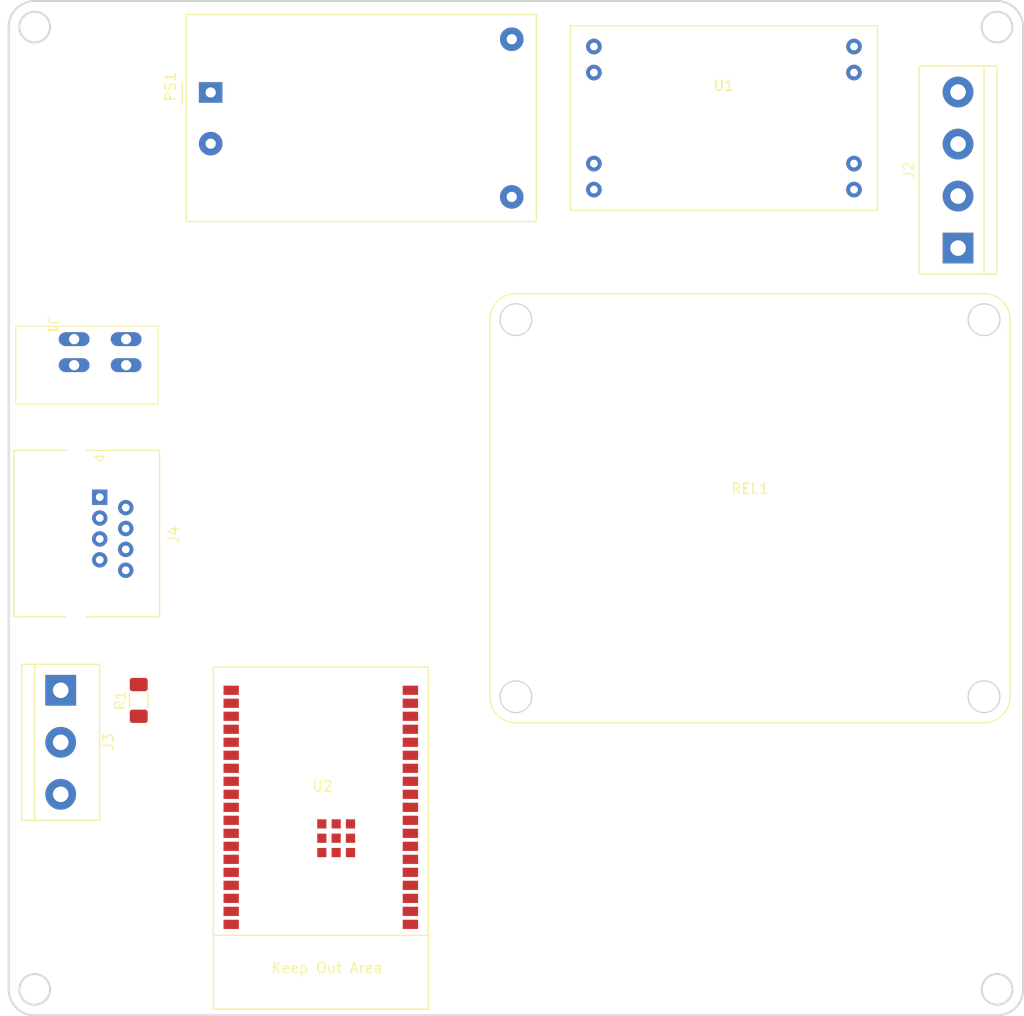
<source format=kicad_pcb>
(kicad_pcb (version 20221018) (generator pcbnew)
  (layers (0 "F.Cu" signal) (31 "B.Cu" signal) (34 "B.Paste" user) (35 "F.Paste" user) (36 "B.SilkS" user "B.Silkscreen") (37 "F.SilkS" user "F.Silkscreen") (38 "B.Mask" user) (39 "F.Mask" user) (44 "Edge.Cuts" user))
  (net 0 "")
  (net 1 "/AC_LINE")
  (net 2 "/AC_NULL")
  (net 3 "Net-(J2-Pin_1)")
  (net 4 "/GND")
  (net 5 "Net-(J2-Pin_3)")
  (net 6 "/3V3+")
  (net 7 "Net-(J3-Pin_2)")
  (footprint "Custom_RF_Module:ESP32-WROVER-IE" (layer "F.Cu") (at 134.62 132.08 180)
    (fp_text reference "U2" (at -0.16 2.06) (layer "F.SilkS"))
    (fp_text value "ESP32-WROVER-E")
    (fp_text user "Keep Out Area" (at -0.61 -15.68) (layer "F.SilkS"))
    (fp_line (start -10.5 -19.7) (end -10.5 13.7) (stroke (width 0.12)) (layer "F.SilkS"))
    (fp_line (start -10.5 13.7) (end 10.5 13.7) (stroke (width 0.12)) (layer "F.SilkS"))
    (fp_line (start 10.5 -19.7) (end -10.5 -19.7) (stroke (width 0.12)) (layer "F.SilkS"))
    (fp_line (start 10.5 -12.5) (end -10.5 -12.5) (stroke (width 0.12)) (layer "F.SilkS"))
    (fp_line (start 10.5 13.7) (end 10.5 -19.7) (stroke (width 0.12)) (layer "F.SilkS"))
    (pad "1" smd rect (at -8.75 -11.43 180) (size 1.5 0.9) (layers "F.Cu" "F.Paste" "F.Mask") (net 4 "/GND"))
    (pad "2" smd rect (at -8.75 -10.16 180) (size 1.5 0.9) (layers "F.Cu" "F.Paste" "F.Mask") (net 6 "/3V3+"))
    (pad "3" smd rect (at -8.75 -8.89 180) (size 1.5 0.9) (layers "F.Cu" "F.Paste" "F.Mask"))
    (pad "4" smd rect (at -8.75 -7.62 180) (size 1.5 0.9) (layers "F.Cu" "F.Paste" "F.Mask"))
    (pad "5" smd rect (at -8.75 -6.35 180) (size 1.5 0.9) (layers "F.Cu" "F.Paste" "F.Mask"))
    (pad "6" smd rect (at -8.75 -5.08 180) (size 1.5 0.9) (layers "F.Cu" "F.Paste" "F.Mask"))
    (pad "7" smd rect (at -8.75 -3.81 180) (size 1.5 0.9) (layers "F.Cu" "F.Paste" "F.Mask"))
    (pad "8" smd rect (at -8.75 -2.54 180) (size 1.5 0.9) (layers "F.Cu" "F.Paste" "F.Mask"))
    (pad "9" smd rect (at -8.75 -1.27 180) (size 1.5 0.9) (layers "F.Cu" "F.Paste" "F.Mask"))
    (pad "10" smd rect (at -8.75 0 180) (size 1.5 0.9) (layers "F.Cu" "F.Paste" "F.Mask"))
    (pad "11" smd rect (at -8.75 1.27 180) (size 1.5 0.9) (layers "F.Cu" "F.Paste" "F.Mask"))
    (pad "12" smd rect (at -8.75 2.54 180) (size 1.5 0.9) (layers "F.Cu" "F.Paste" "F.Mask"))
    (pad "13" smd rect (at -8.75 3.81 180) (size 1.5 0.9) (layers "F.Cu" "F.Paste" "F.Mask"))
    (pad "14" smd rect (at -8.75 5.08 180) (size 1.5 0.9) (layers "F.Cu" "F.Paste" "F.Mask"))
    (pad "15" smd rect (at -8.75 6.35 180) (size 1.5 0.9) (layers "F.Cu" "F.Paste" "F.Mask") (net 4 "/GND"))
    (pad "16" smd rect (at -8.75 7.62 180) (size 1.5 0.9) (layers "F.Cu" "F.Paste" "F.Mask"))
    (pad "17" smd rect (at -8.75 8.89 180) (size 1.5 0.9) (layers "F.Cu" "F.Paste" "F.Mask"))
    (pad "18" smd rect (at -8.75 10.16 180) (size 1.5 0.9) (layers "F.Cu" "F.Paste" "F.Mask"))
    (pad "19" smd rect (at -8.75 11.43 180) (size 1.5 0.9) (layers "F.Cu" "F.Paste" "F.Mask"))
    (pad "20" smd rect (at 8.75 11.43 180) (size 1.5 0.9) (layers "F.Cu" "F.Paste" "F.Mask"))
    (pad "21" smd rect (at 8.75 10.16 180) (size 1.5 0.9) (layers "F.Cu" "F.Paste" "F.Mask"))
    (pad "22" smd rect (at 8.75 8.89 180) (size 1.5 0.9) (layers "F.Cu" "F.Paste" "F.Mask"))
    (pad "23" smd rect (at 8.75 7.62 180) (size 1.5 0.9) (layers "F.Cu" "F.Paste" "F.Mask"))
    (pad "24" smd rect (at 8.75 6.35 180) (size 1.5 0.9) (layers "F.Cu" "F.Paste" "F.Mask"))
    (pad "25" smd rect (at 8.75 5.08 180) (size 1.5 0.9) (layers "F.Cu" "F.Paste" "F.Mask"))
    (pad "26" smd rect (at 8.75 3.81 180) (size 1.5 0.9) (layers "F.Cu" "F.Paste" "F.Mask"))
    (pad "27" smd rect (at 8.75 2.54 180) (size 1.5 0.9) (layers "F.Cu" "F.Paste" "F.Mask"))
    (pad "28" smd rect (at 8.75 1.27 180) (size 1.5 0.9) (layers "F.Cu" "F.Paste" "F.Mask"))
    (pad "29" smd rect (at 8.75 0 180) (size 1.5 0.9) (layers "F.Cu" "F.Paste" "F.Mask"))
    (pad "30" smd rect (at 8.75 -1.27 180) (size 1.5 0.9) (layers "F.Cu" "F.Paste" "F.Mask"))
    (pad "31" smd rect (at 8.75 -2.54 180) (size 1.5 0.9) (layers "F.Cu" "F.Paste" "F.Mask"))
    (pad "32" smd rect (at 8.75 -3.81 180) (size 1.5 0.9) (layers "F.Cu" "F.Paste" "F.Mask"))
    (pad "33" smd rect (at 8.75 -5.08 180) (size 1.5 0.9) (layers "F.Cu" "F.Paste" "F.Mask"))
    (pad "34" smd rect (at 8.75 -6.35 180) (size 1.5 0.9) (layers "F.Cu" "F.Paste" "F.Mask"))
    (pad "35" smd rect (at 8.75 -7.62 180) (size 1.5 0.9) (layers "F.Cu" "F.Paste" "F.Mask"))
    (pad "36" smd rect (at 8.75 -8.89 180) (size 1.5 0.9) (layers "F.Cu" "F.Paste" "F.Mask"))
    (pad "37" smd rect (at 8.75 -10.16 180) (size 1.5 0.9) (layers "F.Cu" "F.Paste" "F.Mask"))
    (pad "38" smd rect (at 8.75 -11.43 180) (size 1.5 0.9) (layers "F.Cu" "F.Paste" "F.Mask") (net 4 "/GND"))
    (pad "39" smd rect (at -2.9 -4.42 180) (size 0.9 0.9) (layers "F.Cu" "F.Paste" "F.Mask"))
    (pad "39" smd rect (at -2.9 -3.02 180) (size 0.9 0.9) (layers "F.Cu" "F.Paste" "F.Mask"))
    (pad "39" smd rect (at -2.9 -1.62 180) (size 0.9 0.9) (layers "F.Cu" "F.Paste" "F.Mask"))
    (pad "39" smd rect (at -1.5 -4.42 180) (size 0.9 0.9) (layers "F.Cu" "F.Paste" "F.Mask"))
    (pad "39" smd rect (at -1.5 -3.02 180) (size 0.9 0.9) (layers "F.Cu" "F.Paste" "F.Mask"))
    (pad "39" smd rect (at -1.5 -1.62 180) (size 0.9 0.9) (layers "F.Cu" "F.Paste" "F.Mask"))
    (pad "39" smd rect (at -0.1 -4.42 180) (size 0.9 0.9) (layers "F.Cu" "F.Paste" "F.Mask"))
    (pad "39" smd rect (at -0.1 -3.02 180) (size 0.9 0.9) (layers "F.Cu" "F.Paste" "F.Mask"))
    (pad "39" smd rect (at -0.1 -1.62 180) (size 0.9 0.9) (layers "F.Cu" "F.Paste" "F.Mask"))
  )
  (footprint "TerminalBlock:TerminalBlock_bornier-4_P5.08mm" (layer "F.Cu") (at 196.85 77.47 90)
    (fp_text reference "J2" (at 7.6 -4.8 90) (layer "F.SilkS"))
    (fp_text value "Relay_Control")
    (fp_line (start -2.54 -3.81) (end -2.54 3.81) (stroke (width 0.12)) (layer "F.SilkS"))
    (fp_line (start -2.54 -3.81) (end 17.78 -3.81) (stroke (width 0.12)) (layer "F.SilkS"))
    (fp_line (start -2.54 3.81) (end 17.78 3.81) (stroke (width 0.12)) (layer "F.SilkS"))
    (fp_line (start 17.78 2.54) (end -2.54 2.54) (stroke (width 0.12)) (layer "F.SilkS"))
    (fp_line (start 17.78 3.81) (end 17.78 -3.81) (stroke (width 0.12)) (layer "F.SilkS"))
    (pad "1" thru_hole rect (at 0 0 90) (size 3 3) (drill 1.52) (layers *.Cu *.Mask) (net 3 "Net-(J2-Pin_1)"))
    (pad "2" thru_hole circle (at 5.08 0 90) (size 3 3) (drill 1.52) (layers *.Cu *.Mask) (net 4 "/GND"))
    (pad "3" thru_hole circle (at 10.16 0 90) (size 3 3) (drill 1.52) (layers *.Cu *.Mask) (net 5 "Net-(J2-Pin_3)"))
    (pad "4" thru_hole circle (at 15.24 0 90) (size 3 3) (drill 1.52) (layers *.Cu *.Mask) (net 5 "Net-(J2-Pin_3)"))
  )
  (footprint "Custom_Terminalblock:Ninigi AC141R-02P-2.54" (layer "F.Cu") (at 107.991 85.09 -90)
    (fp_text reference "J1" (at 0 -0.5 -90 unlocked) (layer "F.SilkS"))
    (fp_text value "AC_input")
    (fp_rect (start 0 -10.74) (end 7.62 3.16) (stroke (width 0.1)) (fill none) (layer "F.SilkS"))
    (pad "1" thru_hole oval (at 1.27 -7.62 270) (size 1.35 3) (drill 1) (layers *.Cu *.Mask) (net 1 "/AC_LINE"))
    (pad "1" thru_hole oval (at 1.27 -2.54 270) (size 1.35 3) (drill 1) (layers *.Cu *.Mask) (net 1 "/AC_LINE"))
    (pad "2" thru_hole oval (at 3.81 -7.62 270) (size 1.35 3) (drill 1) (layers *.Cu *.Mask) (net 2 "/AC_NULL"))
    (pad "2" thru_hole oval (at 3.81 -2.54 270) (size 1.35 3) (drill 1) (layers *.Cu *.Mask) (net 2 "/AC_NULL"))
  )
  (footprint "Custom_Connector:RJ45_Keystone_942" (layer "F.Cu") (at 113.03 101.7905 -90)
    (fp_text reference "J4" (at 3.683 -7.239 90) (layer "F.SilkS"))
    (fp_text value "uC")
    (fp_line (start -4.572 -5.842) (end -4.572 8.382) (stroke (width 0.12)) (layer "F.SilkS"))
    (fp_line (start -4.572 8.382) (end 11.684 8.382) (stroke (width 0.12)) (layer "F.SilkS"))
    (fp_line (start -4 -0.5) (end -4 0.5) (stroke (width 0.12)) (layer "F.SilkS"))
    (fp_line (start -4 0.5) (end -3.5 0) (stroke (width 0.12)) (layer "F.SilkS"))
    (fp_line (start -3.5 0) (end -4 -0.5) (stroke (width 0.12)) (layer "F.SilkS"))
    (fp_line (start 11.684 -5.842) (end -4.572 -5.842) (stroke (width 0.12)) (layer "F.SilkS"))
    (fp_line (start 11.684 -5.842) (end 11.684 8.382) (stroke (width 0.12)) (layer "F.SilkS"))
    (pad "" np_thru_hole circle (at -3.83 2.3 270) (size 2.36 2.36) (drill 2.36) (layers F&B.Cu *.Mask))
    (pad "" np_thru_hole circle (at 10.97 2.3 270) (size 2.36 2.36) (drill 2.36) (layers F&B.Cu *.Mask))
    (pad "1" thru_hole rect (at 0 0 270) (size 1.5 1.5) (drill 0.76) (layers *.Cu *.Mask) (net 3 "Net-(J2-Pin_1)"))
    (pad "2" thru_hole circle (at 1.02 -2.54 270) (size 1.5 1.5) (drill 0.76) (layers *.Cu *.Mask) (net 6 "/3V3+"))
    (pad "3" thru_hole circle (at 2.04 0 270) (size 1.5 1.5) (drill 0.76) (layers *.Cu *.Mask) (net 4 "/GND"))
    (pad "4" thru_hole circle (at 3.06 -2.54 270) (size 1.5 1.5) (drill 0.76) (layers *.Cu *.Mask))
    (pad "5" thru_hole circle (at 4.08 0 270) (size 1.5 1.5) (drill 0.76) (layers *.Cu *.Mask))
    (pad "6" thru_hole circle (at 5.1 -2.54 270) (size 1.5 1.5) (drill 0.76) (layers *.Cu *.Mask))
    (pad "7" thru_hole circle (at 6.12 0 270) (size 1.5 1.5) (drill 0.76) (layers *.Cu *.Mask))
    (pad "8" thru_hole circle (at 7.14 -2.54 270) (size 1.5 1.5) (drill 0.76) (layers *.Cu *.Mask))
  )
  (footprint "Resistor_SMD:R_1206_3216Metric_Pad1.30x1.75mm_HandSolder" (layer "F.Cu") (at 116.84 121.64 90)
    (fp_text reference "R1" (at 0 -1.82 90) (layer "F.SilkS"))
    (fp_text value "R")
    (fp_line (start -0.727064 -0.91) (end 0.727064 -0.91) (stroke (width 0.12)) (layer "F.SilkS"))
    (fp_line (start -0.727064 0.91) (end 0.727064 0.91) (stroke (width 0.12)) (layer "F.SilkS"))
    (pad "1" smd roundrect (at -1.55 0 90) (size 1.3 1.75) (layers "F.Cu" "F.Paste" "F.Mask") (roundrect_rratio 0.192308) (net 7 "Net-(J3-Pin_2)"))
    (pad "2" smd roundrect (at 1.55 0 90) (size 1.3 1.75) (layers "F.Cu" "F.Paste" "F.Mask") (roundrect_rratio 0.192308) (net 6 "/3V3+"))
  )
  (footprint "Converter_ACDC:Converter_ACDC_HiLink_HLK-PMxx" (layer "F.Cu") (at 123.8675 62.27)
    (fp_text reference "PS1" (at -3.94 -0.55 90) (layer "F.SilkS"))
    (fp_text value "HLK-PM01")
    (fp_line (start -2.79 -1) (end -2.79 1.01) (stroke (width 0.12)) (layer "F.SilkS"))
    (fp_line (start -2.4 -7.6) (end -2.4 12.6) (stroke (width 0.12)) (layer "F.SilkS"))
    (fp_line (start -2.4 12.6) (end 31.8 12.6) (stroke (width 0.12)) (layer "F.SilkS"))
    (fp_line (start 31.8 -7.6) (end -2.4 -7.6) (stroke (width 0.12)) (layer "F.SilkS"))
    (fp_line (start 31.8 12.6) (end 31.8 -7.6) (stroke (width 0.12)) (layer "F.SilkS"))
    (pad "1" thru_hole rect (at 0 0) (size 2.3 2) (drill 1) (layers *.Cu *.Mask) (net 1 "/AC_LINE"))
    (pad "2" thru_hole circle (at 0 5) (size 2.3 2.3) (drill 1) (layers *.Cu *.Mask) (net 2 "/AC_NULL"))
    (pad "3" thru_hole circle (at 29.4 -5.2) (size 2.3 2.3) (drill 1) (layers *.Cu *.Mask) (net 4 "/GND"))
    (pad "4" thru_hole circle (at 29.4 10.2) (size 2.3 2.3) (drill 1) (layers *.Cu *.Mask) (net 3 "Net-(J2-Pin_1)"))
  )
  (footprint "Custom_Converter:DCDC_Mini560" (layer "F.Cu") (at 161.29 57.785)
    (fp_text reference "U1" (at 12.7 3.81 unlocked) (layer "F.SilkS"))
    (fp_text value "~")
    (fp_rect (start -2.286 -2.032) (end 27.686 16.002) (stroke (width 0.12)) (fill none) (layer "F.SilkS"))
    (pad "1" thru_hole circle (at 0 0) (size 1.524 1.524) (drill 0.762) (layers *.Cu *.Mask) (net 3 "Net-(J2-Pin_1)"))
    (pad "1" thru_hole circle (at 0 2.54) (size 1.524 1.524) (drill 0.762) (layers *.Cu *.Mask) (net 3 "Net-(J2-Pin_1)"))
    (pad "2" thru_hole circle (at 0 11.43) (size 1.524 1.524) (drill 0.762) (layers *.Cu *.Mask) (net 4 "/GND"))
    (pad "2" thru_hole circle (at 0 13.97) (size 1.524 1.524) (drill 0.762) (layers *.Cu *.Mask) (net 4 "/GND"))
    (pad "3" thru_hole circle (at 25.4 0) (size 1.524 1.524) (drill 0.762) (layers *.Cu *.Mask) (net 6 "/3V3+"))
    (pad "3" thru_hole circle (at 25.4 2.54) (size 1.524 1.524) (drill 0.762) (layers *.Cu *.Mask) (net 6 "/3V3+"))
    (pad "4" thru_hole circle (at 25.4 11.43) (size 1.524 1.524) (drill 0.762) (layers *.Cu *.Mask) (net 4 "/GND"))
    (pad "4" thru_hole circle (at 25.4 13.97) (size 1.524 1.524) (drill 0.762) (layers *.Cu *.Mask) (net 4 "/GND"))
  )
  (footprint "TerminalBlock:TerminalBlock_bornier-3_P5.08mm" (layer "F.Cu") (at 109.22 120.65 -90)
    (fp_text reference "J3" (at 5.05 -4.65 90) (layer "F.SilkS"))
    (fp_text value "Thermometer")
    (fp_line (start -2.54 -3.81) (end 12.7 -3.81) (stroke (width 0.12)) (layer "F.SilkS"))
    (fp_line (start -2.54 2.54) (end 12.7 2.54) (stroke (width 0.12)) (layer "F.SilkS"))
    (fp_line (start -2.54 3.81) (end -2.54 -3.81) (stroke (width 0.12)) (layer "F.SilkS"))
    (fp_line (start -2.54 3.81) (end 12.7 3.81) (stroke (width 0.12)) (layer "F.SilkS"))
    (fp_line (start 12.7 3.81) (end 12.7 -3.81) (stroke (width 0.12)) (layer "F.SilkS"))
    (pad "1" thru_hole rect (at 0 0 270) (size 3 3) (drill 1.52) (layers *.Cu *.Mask) (net 6 "/3V3+"))
    (pad "2" thru_hole circle (at 5.08 0 270) (size 3 3) (drill 1.52) (layers *.Cu *.Mask) (net 7 "Net-(J3-Pin_2)"))
    (pad "3" thru_hole circle (at 10.16 0 270) (size 3 3) (drill 1.52) (layers *.Cu *.Mask) (net 4 "/GND"))
  )
  (footprint "Custom_Relay:RELC-2CH-5V-UNI" (layer "F.Cu") (at 153.67 84.455)
    (fp_text reference "REL1" (at 22.86 16.51 unlocked) (layer "F.SilkS"))
    (fp_text value "RELC-2CH-5V-UNI")
    (fp_line (start -2.54 0) (end -2.54 36.83) (stroke (width 0.12)) (layer "F.SilkS"))
    (fp_line (start 0 39.37) (end 45.72 39.37) (stroke (width 0.12)) (layer "F.SilkS"))
    (fp_line (start 45.72 -2.54) (end 0 -2.54) (stroke (width 0.12)) (layer "F.SilkS"))
    (fp_line (start 48.26 36.83) (end 48.26 0) (stroke (width 0.12)) (layer "F.SilkS"))
    (fp_arc (start -2.54 0) (mid -1.796051 -1.796051) (end 0 -2.54) (stroke (width 0.12)) (layer "F.SilkS"))
    (fp_arc (start 0 39.37) (mid -1.796051 38.626051) (end -2.54 36.83) (stroke (width 0.12)) (layer "F.SilkS"))
    (fp_arc (start 45.72 -2.54) (mid 47.516051 -1.796051) (end 48.26 0) (stroke (width 0.12)) (layer "F.SilkS"))
    (fp_arc (start 48.26 36.83) (mid 47.516051 38.626051) (end 45.72 39.37) (stroke (width 0.12)) (layer "F.SilkS"))
    (fp_circle (center 0 0) (end 1.550233 0) (stroke (width 0.12)) (fill none) (layer "Edge.Cuts"))
    (fp_circle (center 0 36.83) (end 1.550233 36.83) (stroke (width 0.12)) (fill none) (layer "Edge.Cuts"))
    (fp_circle (center 45.72 0) (end 47.270233 0) (stroke (width 0.12)) (fill none) (layer "Edge.Cuts"))
    (fp_circle (center 45.72 36.83) (end 47.270233 36.83) (stroke (width 0.12)) (fill none) (layer "Edge.Cuts"))
  )
  (gr_circle (center 200.66 149.86) (end 202.16 149.86) (stroke (width 0.2)) (fill none) (layer "Edge.Cuts"))
  (gr_line (start 200.66 53.34) (end 106.68 53.34) (stroke (width 0.2)) (layer "Edge.Cuts"))
  (gr_arc (start 200.66 53.34) (mid 202.456051 54.083949) (end 203.2 55.88) (stroke (width 0.2)) (layer "Edge.Cuts"))
  (gr_arc (start 203.2 149.86) (mid 202.456051 151.656051) (end 200.66 152.4) (stroke (width 0.2)) (layer "Edge.Cuts"))
  (gr_circle (center 106.68 149.86) (end 108.18 149.86) (stroke (width 0.2)) (fill none) (layer "Edge.Cuts"))
  (gr_circle (center 200.66 55.88) (end 202.16 55.88) (stroke (width 0.2)) (fill none) (layer "Edge.Cuts"))
  (gr_line (start 104.14 55.88) (end 104.14 149.86) (stroke (width 0.2)) (layer "Edge.Cuts"))
  (gr_arc (start 106.68 152.4) (mid 104.883949 151.656051) (end 104.14 149.86) (stroke (width 0.2)) (layer "Edge.Cuts"))
  (gr_line (start 203.2 149.86) (end 203.2 55.88) (stroke (width 0.2)) (layer "Edge.Cuts"))
  (gr_circle (center 106.68 55.88) (end 108.18 55.88) (stroke (width 0.2)) (fill none) (layer "Edge.Cuts"))
  (gr_arc (start 104.14 55.88) (mid 104.883949 54.083949) (end 106.68 53.34) (stroke (width 0.2)) (layer "Edge.Cuts"))
  (gr_line (start 106.68 152.4) (end 200.66 152.4) (stroke (width 0.2)) (layer "Edge.Cuts"))
)
</source>
